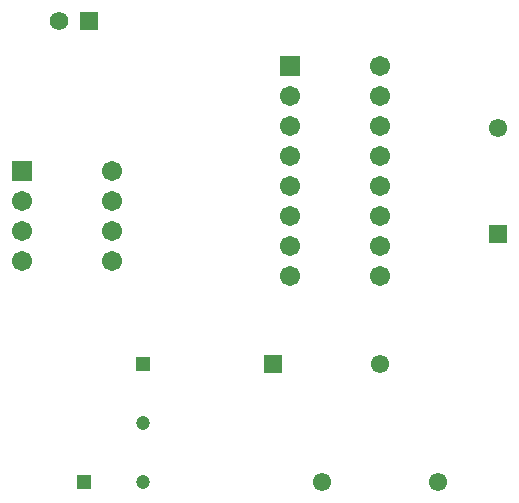
<source format=gbs>
G04*
G04 #@! TF.GenerationSoftware,Altium Limited,Altium Designer,23.11.1 (41)*
G04*
G04 Layer_Color=16711935*
%FSLAX44Y44*%
%MOMM*%
G71*
G04*
G04 #@! TF.SameCoordinates,6762E12D-089E-49D2-B3B2-2041342F93EC*
G04*
G04*
G04 #@! TF.FilePolarity,Negative*
G04*
G01*
G75*
%ADD19C,1.2000*%
%ADD20R,1.2000X1.2000*%
%ADD21R,1.2000X1.2000*%
%ADD22R,1.5532X1.5532*%
%ADD23C,1.5532*%
%ADD24C,1.5700*%
%ADD25R,1.5700X1.5700*%
%ADD26C,1.7032*%
%ADD27R,1.7032X1.7032*%
%ADD28R,1.5532X1.5532*%
D19*
X369746Y247046D02*
D03*
Y297046D02*
D03*
D20*
X319746Y247046D02*
D03*
D21*
X369746Y347046D02*
D03*
D22*
X479746D02*
D03*
D23*
X569746D02*
D03*
X520746Y247046D02*
D03*
X618746D02*
D03*
X669746Y547046D02*
D03*
D24*
X298046Y637046D02*
D03*
D25*
X323446D02*
D03*
D26*
X569746Y421646D02*
D03*
Y447046D02*
D03*
Y472446D02*
D03*
Y497846D02*
D03*
Y523246D02*
D03*
Y548646D02*
D03*
Y574046D02*
D03*
Y599446D02*
D03*
X493546Y421646D02*
D03*
Y447046D02*
D03*
Y472446D02*
D03*
Y497846D02*
D03*
Y523246D02*
D03*
Y548646D02*
D03*
Y574046D02*
D03*
X267306Y485246D02*
D03*
Y459846D02*
D03*
Y434446D02*
D03*
X343506Y510646D02*
D03*
Y485246D02*
D03*
Y459846D02*
D03*
Y434446D02*
D03*
D27*
X493546Y599446D02*
D03*
X267306Y510646D02*
D03*
D28*
X669746Y457046D02*
D03*
M02*

</source>
